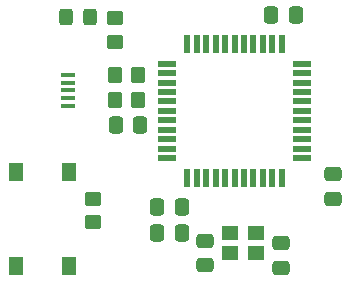
<source format=gbr>
%TF.GenerationSoftware,KiCad,Pcbnew,(6.0.6)*%
%TF.CreationDate,2022-07-26T20:01:32-05:00*%
%TF.ProjectId,Arduino_Clone,41726475-696e-46f5-9f43-6c6f6e652e6b,rev?*%
%TF.SameCoordinates,Original*%
%TF.FileFunction,Paste,Top*%
%TF.FilePolarity,Positive*%
%FSLAX46Y46*%
G04 Gerber Fmt 4.6, Leading zero omitted, Abs format (unit mm)*
G04 Created by KiCad (PCBNEW (6.0.6)) date 2022-07-26 20:01:32*
%MOMM*%
%LPD*%
G01*
G04 APERTURE LIST*
G04 Aperture macros list*
%AMRoundRect*
0 Rectangle with rounded corners*
0 $1 Rounding radius*
0 $2 $3 $4 $5 $6 $7 $8 $9 X,Y pos of 4 corners*
0 Add a 4 corners polygon primitive as box body*
4,1,4,$2,$3,$4,$5,$6,$7,$8,$9,$2,$3,0*
0 Add four circle primitives for the rounded corners*
1,1,$1+$1,$2,$3*
1,1,$1+$1,$4,$5*
1,1,$1+$1,$6,$7*
1,1,$1+$1,$8,$9*
0 Add four rect primitives between the rounded corners*
20,1,$1+$1,$2,$3,$4,$5,0*
20,1,$1+$1,$4,$5,$6,$7,0*
20,1,$1+$1,$6,$7,$8,$9,0*
20,1,$1+$1,$8,$9,$2,$3,0*%
G04 Aperture macros list end*
%ADD10RoundRect,0.250000X-0.475000X0.337500X-0.475000X-0.337500X0.475000X-0.337500X0.475000X0.337500X0*%
%ADD11RoundRect,0.250000X0.337500X0.475000X-0.337500X0.475000X-0.337500X-0.475000X0.337500X-0.475000X0*%
%ADD12R,1.300000X0.450000*%
%ADD13R,1.500000X0.550000*%
%ADD14R,0.550000X1.500000*%
%ADD15R,1.300000X1.550000*%
%ADD16RoundRect,0.250000X-0.350000X-0.450000X0.350000X-0.450000X0.350000X0.450000X-0.350000X0.450000X0*%
%ADD17RoundRect,0.250000X0.325000X0.450000X-0.325000X0.450000X-0.325000X-0.450000X0.325000X-0.450000X0*%
%ADD18RoundRect,0.250000X-0.450000X0.350000X-0.450000X-0.350000X0.450000X-0.350000X0.450000X0.350000X0*%
%ADD19RoundRect,0.250000X0.475000X-0.337500X0.475000X0.337500X-0.475000X0.337500X-0.475000X-0.337500X0*%
%ADD20R,1.400000X1.200000*%
%ADD21RoundRect,0.250000X0.450000X-0.350000X0.450000X0.350000X-0.450000X0.350000X-0.450000X-0.350000X0*%
G04 APERTURE END LIST*
D10*
%TO.C,C6*%
X137520000Y-51592500D03*
X137520000Y-53667500D03*
%TD*%
D11*
%TO.C,C2*%
X145177500Y-32500000D03*
X143102500Y-32500000D03*
%TD*%
D12*
%TO.C,J4*%
X125925000Y-37545000D03*
X125925000Y-38195000D03*
X125925000Y-38845000D03*
X125925000Y-39495000D03*
X125925000Y-40145000D03*
%TD*%
D13*
%TO.C,U1*%
X134300000Y-36580000D03*
X134300000Y-37380000D03*
X134300000Y-38180000D03*
X134300000Y-38980000D03*
X134300000Y-39780000D03*
X134300000Y-40580000D03*
X134300000Y-41380000D03*
X134300000Y-42180000D03*
X134300000Y-42980000D03*
X134300000Y-43780000D03*
X134300000Y-44580000D03*
D14*
X136000000Y-46280000D03*
X136800000Y-46280000D03*
X137600000Y-46280000D03*
X138400000Y-46280000D03*
X139200000Y-46280000D03*
X140000000Y-46280000D03*
X140800000Y-46280000D03*
X141600000Y-46280000D03*
X142400000Y-46280000D03*
X143200000Y-46280000D03*
X144000000Y-46280000D03*
D13*
X145700000Y-44580000D03*
X145700000Y-43780000D03*
X145700000Y-42980000D03*
X145700000Y-42180000D03*
X145700000Y-41380000D03*
X145700000Y-40580000D03*
X145700000Y-39780000D03*
X145700000Y-38980000D03*
X145700000Y-38180000D03*
X145700000Y-37380000D03*
X145700000Y-36580000D03*
D14*
X144000000Y-34880000D03*
X143200000Y-34880000D03*
X142400000Y-34880000D03*
X141600000Y-34880000D03*
X140800000Y-34880000D03*
X140000000Y-34880000D03*
X139200000Y-34880000D03*
X138400000Y-34880000D03*
X137600000Y-34880000D03*
X136800000Y-34880000D03*
X136000000Y-34880000D03*
%TD*%
D15*
%TO.C,SW1*%
X121500000Y-53725000D03*
X121500000Y-45775000D03*
X126000000Y-53725000D03*
X126000000Y-45775000D03*
%TD*%
D16*
%TO.C,R4*%
X129870000Y-37560000D03*
X131870000Y-37560000D03*
%TD*%
D11*
%TO.C,C1*%
X135537500Y-48750000D03*
X133462500Y-48750000D03*
%TD*%
D17*
%TO.C,D1*%
X127765000Y-32630000D03*
X125715000Y-32630000D03*
%TD*%
D18*
%TO.C,R1*%
X128000000Y-48000000D03*
X128000000Y-50000000D03*
%TD*%
D11*
%TO.C,C7*%
X132037500Y-41750000D03*
X129962500Y-41750000D03*
%TD*%
D10*
%TO.C,C4*%
X148350000Y-45962500D03*
X148350000Y-48037500D03*
%TD*%
D16*
%TO.C,R3*%
X129870000Y-39620000D03*
X131870000Y-39620000D03*
%TD*%
D19*
%TO.C,C5*%
X143960000Y-53857500D03*
X143960000Y-51782500D03*
%TD*%
D20*
%TO.C,Y1*%
X141850000Y-50900000D03*
X139650000Y-50900000D03*
X139650000Y-52600000D03*
X141850000Y-52600000D03*
%TD*%
D11*
%TO.C,C3*%
X135537500Y-50910000D03*
X133462500Y-50910000D03*
%TD*%
D21*
%TO.C,R2*%
X129920000Y-34750000D03*
X129920000Y-32750000D03*
%TD*%
M02*

</source>
